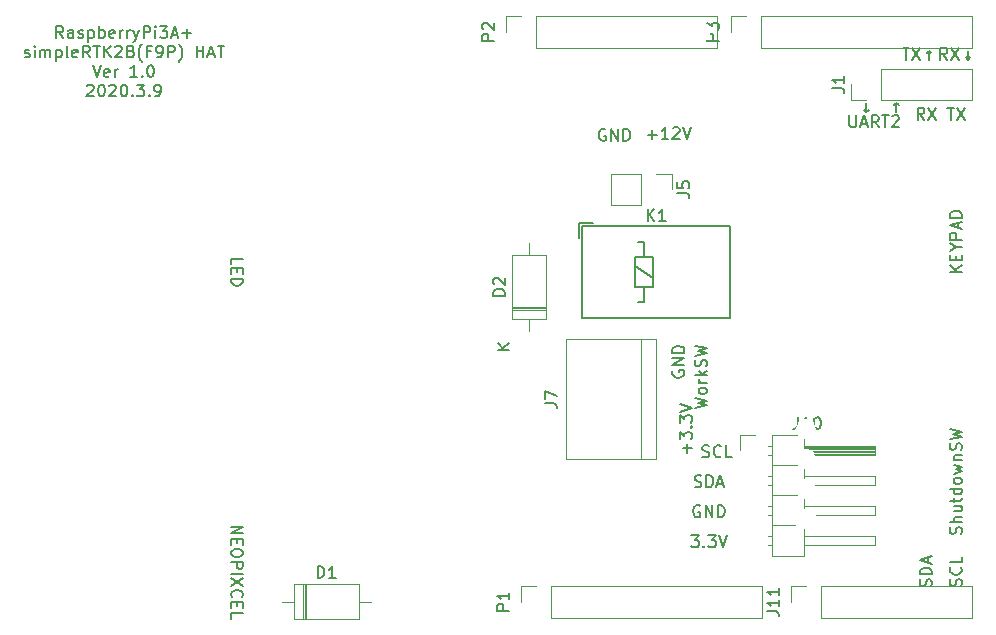
<source format=gto>
G04 #@! TF.GenerationSoftware,KiCad,Pcbnew,(5.1.2)-2*
G04 #@! TF.CreationDate,2020-03-20T23:36:52+09:00*
G04 #@! TF.ProjectId,simpleRTK2BpiHAT,73696d70-6c65-4525-944b-324270694841,rev?*
G04 #@! TF.SameCoordinates,PX69db1f0PY7882d48*
G04 #@! TF.FileFunction,Legend,Top*
G04 #@! TF.FilePolarity,Positive*
%FSLAX46Y46*%
G04 Gerber Fmt 4.6, Leading zero omitted, Abs format (unit mm)*
G04 Created by KiCad (PCBNEW (5.1.2)-2) date 2020-03-20 23:36:52*
%MOMM*%
%LPD*%
G04 APERTURE LIST*
%ADD10C,0.150000*%
%ADD11C,0.120000*%
%ADD12O,1.700000X1.700000*%
%ADD13R,1.700000X1.700000*%
%ADD14O,1.350000X1.350000*%
%ADD15R,1.350000X1.350000*%
%ADD16C,3.000000*%
%ADD17R,3.000000X3.000000*%
%ADD18C,1.524000*%
%ADD19R,1.524000X1.524000*%
%ADD20O,2.200000X2.200000*%
%ADD21R,2.200000X2.200000*%
G04 APERTURE END LIST*
D10*
X-12127858Y50282620D02*
X-12461191Y50758810D01*
X-12699286Y50282620D02*
X-12699286Y51282620D01*
X-12318334Y51282620D01*
X-12223096Y51235000D01*
X-12175477Y51187381D01*
X-12127858Y51092143D01*
X-12127858Y50949286D01*
X-12175477Y50854048D01*
X-12223096Y50806429D01*
X-12318334Y50758810D01*
X-12699286Y50758810D01*
X-11270715Y50282620D02*
X-11270715Y50806429D01*
X-11318334Y50901667D01*
X-11413572Y50949286D01*
X-11604048Y50949286D01*
X-11699286Y50901667D01*
X-11270715Y50330239D02*
X-11365953Y50282620D01*
X-11604048Y50282620D01*
X-11699286Y50330239D01*
X-11746905Y50425477D01*
X-11746905Y50520715D01*
X-11699286Y50615953D01*
X-11604048Y50663572D01*
X-11365953Y50663572D01*
X-11270715Y50711191D01*
X-10842143Y50330239D02*
X-10746905Y50282620D01*
X-10556429Y50282620D01*
X-10461191Y50330239D01*
X-10413572Y50425477D01*
X-10413572Y50473096D01*
X-10461191Y50568334D01*
X-10556429Y50615953D01*
X-10699286Y50615953D01*
X-10794524Y50663572D01*
X-10842143Y50758810D01*
X-10842143Y50806429D01*
X-10794524Y50901667D01*
X-10699286Y50949286D01*
X-10556429Y50949286D01*
X-10461191Y50901667D01*
X-9985000Y50949286D02*
X-9985000Y49949286D01*
X-9985000Y50901667D02*
X-9889762Y50949286D01*
X-9699286Y50949286D01*
X-9604048Y50901667D01*
X-9556429Y50854048D01*
X-9508810Y50758810D01*
X-9508810Y50473096D01*
X-9556429Y50377858D01*
X-9604048Y50330239D01*
X-9699286Y50282620D01*
X-9889762Y50282620D01*
X-9985000Y50330239D01*
X-9080239Y50282620D02*
X-9080239Y51282620D01*
X-9080239Y50901667D02*
X-8985000Y50949286D01*
X-8794524Y50949286D01*
X-8699286Y50901667D01*
X-8651667Y50854048D01*
X-8604048Y50758810D01*
X-8604048Y50473096D01*
X-8651667Y50377858D01*
X-8699286Y50330239D01*
X-8794524Y50282620D01*
X-8985000Y50282620D01*
X-9080239Y50330239D01*
X-7794524Y50330239D02*
X-7889762Y50282620D01*
X-8080239Y50282620D01*
X-8175477Y50330239D01*
X-8223096Y50425477D01*
X-8223096Y50806429D01*
X-8175477Y50901667D01*
X-8080239Y50949286D01*
X-7889762Y50949286D01*
X-7794524Y50901667D01*
X-7746905Y50806429D01*
X-7746905Y50711191D01*
X-8223096Y50615953D01*
X-7318334Y50282620D02*
X-7318334Y50949286D01*
X-7318334Y50758810D02*
X-7270715Y50854048D01*
X-7223096Y50901667D01*
X-7127858Y50949286D01*
X-7032620Y50949286D01*
X-6699286Y50282620D02*
X-6699286Y50949286D01*
X-6699286Y50758810D02*
X-6651667Y50854048D01*
X-6604048Y50901667D01*
X-6508810Y50949286D01*
X-6413572Y50949286D01*
X-6175477Y50949286D02*
X-5937381Y50282620D01*
X-5699286Y50949286D02*
X-5937381Y50282620D01*
X-6032620Y50044524D01*
X-6080239Y49996905D01*
X-6175477Y49949286D01*
X-5318334Y50282620D02*
X-5318334Y51282620D01*
X-4937381Y51282620D01*
X-4842143Y51235000D01*
X-4794524Y51187381D01*
X-4746905Y51092143D01*
X-4746905Y50949286D01*
X-4794524Y50854048D01*
X-4842143Y50806429D01*
X-4937381Y50758810D01*
X-5318334Y50758810D01*
X-4318334Y50282620D02*
X-4318334Y50949286D01*
X-4318334Y51282620D02*
X-4365953Y51235000D01*
X-4318334Y51187381D01*
X-4270715Y51235000D01*
X-4318334Y51282620D01*
X-4318334Y51187381D01*
X-3937381Y51282620D02*
X-3318334Y51282620D01*
X-3651667Y50901667D01*
X-3508810Y50901667D01*
X-3413572Y50854048D01*
X-3365953Y50806429D01*
X-3318334Y50711191D01*
X-3318334Y50473096D01*
X-3365953Y50377858D01*
X-3413572Y50330239D01*
X-3508810Y50282620D01*
X-3794524Y50282620D01*
X-3889762Y50330239D01*
X-3937381Y50377858D01*
X-2937381Y50568334D02*
X-2461191Y50568334D01*
X-3032620Y50282620D02*
X-2699286Y51282620D01*
X-2365953Y50282620D01*
X-2032620Y50663572D02*
X-1270715Y50663572D01*
X-1651667Y50282620D02*
X-1651667Y51044524D01*
X-15389762Y48680239D02*
X-15294524Y48632620D01*
X-15104048Y48632620D01*
X-15008810Y48680239D01*
X-14961191Y48775477D01*
X-14961191Y48823096D01*
X-15008810Y48918334D01*
X-15104048Y48965953D01*
X-15246905Y48965953D01*
X-15342143Y49013572D01*
X-15389762Y49108810D01*
X-15389762Y49156429D01*
X-15342143Y49251667D01*
X-15246905Y49299286D01*
X-15104048Y49299286D01*
X-15008810Y49251667D01*
X-14532620Y48632620D02*
X-14532620Y49299286D01*
X-14532620Y49632620D02*
X-14580239Y49585000D01*
X-14532620Y49537381D01*
X-14485000Y49585000D01*
X-14532620Y49632620D01*
X-14532620Y49537381D01*
X-14056429Y48632620D02*
X-14056429Y49299286D01*
X-14056429Y49204048D02*
X-14008810Y49251667D01*
X-13913572Y49299286D01*
X-13770715Y49299286D01*
X-13675477Y49251667D01*
X-13627858Y49156429D01*
X-13627858Y48632620D01*
X-13627858Y49156429D02*
X-13580239Y49251667D01*
X-13485000Y49299286D01*
X-13342143Y49299286D01*
X-13246905Y49251667D01*
X-13199286Y49156429D01*
X-13199286Y48632620D01*
X-12723096Y49299286D02*
X-12723096Y48299286D01*
X-12723096Y49251667D02*
X-12627858Y49299286D01*
X-12437381Y49299286D01*
X-12342143Y49251667D01*
X-12294524Y49204048D01*
X-12246905Y49108810D01*
X-12246905Y48823096D01*
X-12294524Y48727858D01*
X-12342143Y48680239D01*
X-12437381Y48632620D01*
X-12627858Y48632620D01*
X-12723096Y48680239D01*
X-11675477Y48632620D02*
X-11770715Y48680239D01*
X-11818334Y48775477D01*
X-11818334Y49632620D01*
X-10913572Y48680239D02*
X-11008810Y48632620D01*
X-11199286Y48632620D01*
X-11294524Y48680239D01*
X-11342143Y48775477D01*
X-11342143Y49156429D01*
X-11294524Y49251667D01*
X-11199286Y49299286D01*
X-11008810Y49299286D01*
X-10913572Y49251667D01*
X-10865953Y49156429D01*
X-10865953Y49061191D01*
X-11342143Y48965953D01*
X-9865953Y48632620D02*
X-10199286Y49108810D01*
X-10437381Y48632620D02*
X-10437381Y49632620D01*
X-10056429Y49632620D01*
X-9961191Y49585000D01*
X-9913572Y49537381D01*
X-9865953Y49442143D01*
X-9865953Y49299286D01*
X-9913572Y49204048D01*
X-9961191Y49156429D01*
X-10056429Y49108810D01*
X-10437381Y49108810D01*
X-9580239Y49632620D02*
X-9008810Y49632620D01*
X-9294524Y48632620D02*
X-9294524Y49632620D01*
X-8675477Y48632620D02*
X-8675477Y49632620D01*
X-8104048Y48632620D02*
X-8532620Y49204048D01*
X-8104048Y49632620D02*
X-8675477Y49061191D01*
X-7723096Y49537381D02*
X-7675477Y49585000D01*
X-7580239Y49632620D01*
X-7342143Y49632620D01*
X-7246905Y49585000D01*
X-7199286Y49537381D01*
X-7151667Y49442143D01*
X-7151667Y49346905D01*
X-7199286Y49204048D01*
X-7770715Y48632620D01*
X-7151667Y48632620D01*
X-6389762Y49156429D02*
X-6246905Y49108810D01*
X-6199286Y49061191D01*
X-6151667Y48965953D01*
X-6151667Y48823096D01*
X-6199286Y48727858D01*
X-6246905Y48680239D01*
X-6342143Y48632620D01*
X-6723096Y48632620D01*
X-6723096Y49632620D01*
X-6389762Y49632620D01*
X-6294524Y49585000D01*
X-6246905Y49537381D01*
X-6199286Y49442143D01*
X-6199286Y49346905D01*
X-6246905Y49251667D01*
X-6294524Y49204048D01*
X-6389762Y49156429D01*
X-6723096Y49156429D01*
X-5437381Y48251667D02*
X-5485000Y48299286D01*
X-5580239Y48442143D01*
X-5627858Y48537381D01*
X-5675477Y48680239D01*
X-5723096Y48918334D01*
X-5723096Y49108810D01*
X-5675477Y49346905D01*
X-5627858Y49489762D01*
X-5580239Y49585000D01*
X-5485000Y49727858D01*
X-5437381Y49775477D01*
X-4723096Y49156429D02*
X-5056429Y49156429D01*
X-5056429Y48632620D02*
X-5056429Y49632620D01*
X-4580239Y49632620D01*
X-4151667Y48632620D02*
X-3961191Y48632620D01*
X-3865953Y48680239D01*
X-3818334Y48727858D01*
X-3723096Y48870715D01*
X-3675477Y49061191D01*
X-3675477Y49442143D01*
X-3723096Y49537381D01*
X-3770715Y49585000D01*
X-3865953Y49632620D01*
X-4056429Y49632620D01*
X-4151667Y49585000D01*
X-4199286Y49537381D01*
X-4246905Y49442143D01*
X-4246905Y49204048D01*
X-4199286Y49108810D01*
X-4151667Y49061191D01*
X-4056429Y49013572D01*
X-3865953Y49013572D01*
X-3770715Y49061191D01*
X-3723096Y49108810D01*
X-3675477Y49204048D01*
X-3246905Y48632620D02*
X-3246905Y49632620D01*
X-2865953Y49632620D01*
X-2770715Y49585000D01*
X-2723096Y49537381D01*
X-2675477Y49442143D01*
X-2675477Y49299286D01*
X-2723096Y49204048D01*
X-2770715Y49156429D01*
X-2865953Y49108810D01*
X-3246905Y49108810D01*
X-2342143Y48251667D02*
X-2294524Y48299286D01*
X-2199286Y48442143D01*
X-2151667Y48537381D01*
X-2104048Y48680239D01*
X-2056429Y48918334D01*
X-2056429Y49108810D01*
X-2104048Y49346905D01*
X-2151667Y49489762D01*
X-2199286Y49585000D01*
X-2294524Y49727858D01*
X-2342143Y49775477D01*
X-818334Y48632620D02*
X-818334Y49632620D01*
X-818334Y49156429D02*
X-246905Y49156429D01*
X-246905Y48632620D02*
X-246905Y49632620D01*
X181666Y48918334D02*
X657857Y48918334D01*
X86428Y48632620D02*
X419761Y49632620D01*
X753095Y48632620D01*
X943571Y49632620D02*
X1515000Y49632620D01*
X1229285Y48632620D02*
X1229285Y49632620D01*
X-9627858Y47982620D02*
X-9294524Y46982620D01*
X-8961191Y47982620D01*
X-8246905Y47030239D02*
X-8342143Y46982620D01*
X-8532620Y46982620D01*
X-8627858Y47030239D01*
X-8675477Y47125477D01*
X-8675477Y47506429D01*
X-8627858Y47601667D01*
X-8532620Y47649286D01*
X-8342143Y47649286D01*
X-8246905Y47601667D01*
X-8199286Y47506429D01*
X-8199286Y47411191D01*
X-8675477Y47315953D01*
X-7770715Y46982620D02*
X-7770715Y47649286D01*
X-7770715Y47458810D02*
X-7723096Y47554048D01*
X-7675477Y47601667D01*
X-7580239Y47649286D01*
X-7485000Y47649286D01*
X-5865953Y46982620D02*
X-6437381Y46982620D01*
X-6151667Y46982620D02*
X-6151667Y47982620D01*
X-6246905Y47839762D01*
X-6342143Y47744524D01*
X-6437381Y47696905D01*
X-5437381Y47077858D02*
X-5389762Y47030239D01*
X-5437381Y46982620D01*
X-5485000Y47030239D01*
X-5437381Y47077858D01*
X-5437381Y46982620D01*
X-4770715Y47982620D02*
X-4675477Y47982620D01*
X-4580239Y47935000D01*
X-4532620Y47887381D01*
X-4485000Y47792143D01*
X-4437381Y47601667D01*
X-4437381Y47363572D01*
X-4485000Y47173096D01*
X-4532620Y47077858D01*
X-4580239Y47030239D01*
X-4675477Y46982620D01*
X-4770715Y46982620D01*
X-4865953Y47030239D01*
X-4913572Y47077858D01*
X-4961191Y47173096D01*
X-5008810Y47363572D01*
X-5008810Y47601667D01*
X-4961191Y47792143D01*
X-4913572Y47887381D01*
X-4865953Y47935000D01*
X-4770715Y47982620D01*
X-10127858Y46237381D02*
X-10080239Y46285000D01*
X-9985000Y46332620D01*
X-9746905Y46332620D01*
X-9651667Y46285000D01*
X-9604048Y46237381D01*
X-9556429Y46142143D01*
X-9556429Y46046905D01*
X-9604048Y45904048D01*
X-10175477Y45332620D01*
X-9556429Y45332620D01*
X-8937381Y46332620D02*
X-8842143Y46332620D01*
X-8746905Y46285000D01*
X-8699286Y46237381D01*
X-8651667Y46142143D01*
X-8604048Y45951667D01*
X-8604048Y45713572D01*
X-8651667Y45523096D01*
X-8699286Y45427858D01*
X-8746905Y45380239D01*
X-8842143Y45332620D01*
X-8937381Y45332620D01*
X-9032620Y45380239D01*
X-9080239Y45427858D01*
X-9127858Y45523096D01*
X-9175477Y45713572D01*
X-9175477Y45951667D01*
X-9127858Y46142143D01*
X-9080239Y46237381D01*
X-9032620Y46285000D01*
X-8937381Y46332620D01*
X-8223096Y46237381D02*
X-8175477Y46285000D01*
X-8080239Y46332620D01*
X-7842143Y46332620D01*
X-7746905Y46285000D01*
X-7699286Y46237381D01*
X-7651667Y46142143D01*
X-7651667Y46046905D01*
X-7699286Y45904048D01*
X-8270715Y45332620D01*
X-7651667Y45332620D01*
X-7032620Y46332620D02*
X-6937381Y46332620D01*
X-6842143Y46285000D01*
X-6794524Y46237381D01*
X-6746905Y46142143D01*
X-6699286Y45951667D01*
X-6699286Y45713572D01*
X-6746905Y45523096D01*
X-6794524Y45427858D01*
X-6842143Y45380239D01*
X-6937381Y45332620D01*
X-7032620Y45332620D01*
X-7127858Y45380239D01*
X-7175477Y45427858D01*
X-7223096Y45523096D01*
X-7270715Y45713572D01*
X-7270715Y45951667D01*
X-7223096Y46142143D01*
X-7175477Y46237381D01*
X-7127858Y46285000D01*
X-7032620Y46332620D01*
X-6270715Y45427858D02*
X-6223096Y45380239D01*
X-6270715Y45332620D01*
X-6318334Y45380239D01*
X-6270715Y45427858D01*
X-6270715Y45332620D01*
X-5889762Y46332620D02*
X-5270715Y46332620D01*
X-5604048Y45951667D01*
X-5461191Y45951667D01*
X-5365953Y45904048D01*
X-5318334Y45856429D01*
X-5270715Y45761191D01*
X-5270715Y45523096D01*
X-5318334Y45427858D01*
X-5365953Y45380239D01*
X-5461191Y45332620D01*
X-5746905Y45332620D01*
X-5842143Y45380239D01*
X-5889762Y45427858D01*
X-4842143Y45427858D02*
X-4794524Y45380239D01*
X-4842143Y45332620D01*
X-4889762Y45380239D01*
X-4842143Y45427858D01*
X-4842143Y45332620D01*
X-4318334Y45332620D02*
X-4127858Y45332620D01*
X-4032620Y45380239D01*
X-3985000Y45427858D01*
X-3889762Y45570715D01*
X-3842143Y45761191D01*
X-3842143Y46142143D01*
X-3889762Y46237381D01*
X-3937381Y46285000D01*
X-4032620Y46332620D01*
X-4223096Y46332620D01*
X-4318334Y46285000D01*
X-4365953Y46237381D01*
X-4413572Y46142143D01*
X-4413572Y45904048D01*
X-4365953Y45808810D01*
X-4318334Y45761191D01*
X-4223096Y45713572D01*
X-4032620Y45713572D01*
X-3937381Y45761191D01*
X-3889762Y45808810D01*
X-3842143Y45904048D01*
X54443571Y43727620D02*
X54443571Y42918096D01*
X54491190Y42822858D01*
X54538809Y42775239D01*
X54634047Y42727620D01*
X54824523Y42727620D01*
X54919761Y42775239D01*
X54967380Y42822858D01*
X55015000Y42918096D01*
X55015000Y43727620D01*
X55443571Y43013334D02*
X55919761Y43013334D01*
X55348333Y42727620D02*
X55681666Y43727620D01*
X56015000Y42727620D01*
X56919761Y42727620D02*
X56586428Y43203810D01*
X56348333Y42727620D02*
X56348333Y43727620D01*
X56729285Y43727620D01*
X56824523Y43680000D01*
X56872142Y43632381D01*
X56919761Y43537143D01*
X56919761Y43394286D01*
X56872142Y43299048D01*
X56824523Y43251429D01*
X56729285Y43203810D01*
X56348333Y43203810D01*
X57205476Y43727620D02*
X57776904Y43727620D01*
X57491190Y42727620D02*
X57491190Y43727620D01*
X58062619Y43632381D02*
X58110238Y43680000D01*
X58205476Y43727620D01*
X58443571Y43727620D01*
X58538809Y43680000D01*
X58586428Y43632381D01*
X58634047Y43537143D01*
X58634047Y43441905D01*
X58586428Y43299048D01*
X58015000Y42727620D01*
X58634047Y42727620D01*
X55880000Y44759524D02*
X55880000Y43997620D01*
X56070476Y44188096D02*
X55880000Y43997620D01*
X55689523Y44188096D01*
X58420000Y43997620D02*
X58420000Y44759524D01*
X58229523Y44569048D02*
X58420000Y44759524D01*
X58610476Y44569048D01*
X39505000Y22098096D02*
X39457380Y22002858D01*
X39457380Y21860000D01*
X39505000Y21717143D01*
X39600238Y21621905D01*
X39695476Y21574286D01*
X39885952Y21526667D01*
X40028809Y21526667D01*
X40219285Y21574286D01*
X40314523Y21621905D01*
X40409761Y21717143D01*
X40457380Y21860000D01*
X40457380Y21955239D01*
X40409761Y22098096D01*
X40362142Y22145715D01*
X40028809Y22145715D01*
X40028809Y21955239D01*
X40457380Y22574286D02*
X39457380Y22574286D01*
X40457380Y23145715D01*
X39457380Y23145715D01*
X40457380Y23621905D02*
X39457380Y23621905D01*
X39457380Y23860000D01*
X39505000Y24002858D01*
X39600238Y24098096D01*
X39695476Y24145715D01*
X39885952Y24193334D01*
X40028809Y24193334D01*
X40219285Y24145715D01*
X40314523Y24098096D01*
X40409761Y24002858D01*
X40457380Y23860000D01*
X40457380Y23621905D01*
X40711428Y15145000D02*
X40711428Y15906905D01*
X41092380Y15525953D02*
X40330476Y15525953D01*
X40092380Y16287858D02*
X40092380Y16906905D01*
X40473333Y16573572D01*
X40473333Y16716429D01*
X40520952Y16811667D01*
X40568571Y16859286D01*
X40663809Y16906905D01*
X40901904Y16906905D01*
X40997142Y16859286D01*
X41044761Y16811667D01*
X41092380Y16716429D01*
X41092380Y16430715D01*
X41044761Y16335477D01*
X40997142Y16287858D01*
X40997142Y17335477D02*
X41044761Y17383096D01*
X41092380Y17335477D01*
X41044761Y17287858D01*
X40997142Y17335477D01*
X41092380Y17335477D01*
X40092380Y17716429D02*
X40092380Y18335477D01*
X40473333Y18002143D01*
X40473333Y18145000D01*
X40520952Y18240239D01*
X40568571Y18287858D01*
X40663809Y18335477D01*
X40901904Y18335477D01*
X40997142Y18287858D01*
X41044761Y18240239D01*
X41092380Y18145000D01*
X41092380Y17859286D01*
X41044761Y17764048D01*
X40997142Y17716429D01*
X40092380Y18621191D02*
X41092380Y18954524D01*
X40092380Y19287858D01*
X41362380Y18947143D02*
X42362380Y19185239D01*
X41648095Y19375715D01*
X42362380Y19566191D01*
X41362380Y19804286D01*
X42362380Y20328096D02*
X42314761Y20232858D01*
X42267142Y20185239D01*
X42171904Y20137620D01*
X41886190Y20137620D01*
X41790952Y20185239D01*
X41743333Y20232858D01*
X41695714Y20328096D01*
X41695714Y20470953D01*
X41743333Y20566191D01*
X41790952Y20613810D01*
X41886190Y20661429D01*
X42171904Y20661429D01*
X42267142Y20613810D01*
X42314761Y20566191D01*
X42362380Y20470953D01*
X42362380Y20328096D01*
X42362380Y21090000D02*
X41695714Y21090000D01*
X41886190Y21090000D02*
X41790952Y21137620D01*
X41743333Y21185239D01*
X41695714Y21280477D01*
X41695714Y21375715D01*
X42362380Y21709048D02*
X41362380Y21709048D01*
X41981428Y21804286D02*
X42362380Y22090000D01*
X41695714Y22090000D02*
X42076666Y21709048D01*
X42314761Y22470953D02*
X42362380Y22613810D01*
X42362380Y22851905D01*
X42314761Y22947143D01*
X42267142Y22994762D01*
X42171904Y23042381D01*
X42076666Y23042381D01*
X41981428Y22994762D01*
X41933809Y22947143D01*
X41886190Y22851905D01*
X41838571Y22661429D01*
X41790952Y22566191D01*
X41743333Y22518572D01*
X41648095Y22470953D01*
X41552857Y22470953D01*
X41457619Y22518572D01*
X41410000Y22566191D01*
X41362380Y22661429D01*
X41362380Y22899524D01*
X41410000Y23042381D01*
X41362380Y23375715D02*
X42362380Y23613810D01*
X41648095Y23804286D01*
X42362380Y23994762D01*
X41362380Y24232858D01*
X2087619Y31122858D02*
X2087619Y31599048D01*
X3087619Y31599048D01*
X2611428Y30789524D02*
X2611428Y30456191D01*
X2087619Y30313334D02*
X2087619Y30789524D01*
X3087619Y30789524D01*
X3087619Y30313334D01*
X2087619Y29884762D02*
X3087619Y29884762D01*
X3087619Y29646667D01*
X3040000Y29503810D01*
X2944761Y29408572D01*
X2849523Y29360953D01*
X2659047Y29313334D01*
X2516190Y29313334D01*
X2325714Y29360953D01*
X2230476Y29408572D01*
X2135238Y29503810D01*
X2087619Y29646667D01*
X2087619Y29884762D01*
X2087619Y8913334D02*
X3087619Y8913334D01*
X2087619Y8341905D01*
X3087619Y8341905D01*
X2611428Y7865715D02*
X2611428Y7532381D01*
X2087619Y7389524D02*
X2087619Y7865715D01*
X3087619Y7865715D01*
X3087619Y7389524D01*
X3087619Y6770477D02*
X3087619Y6580000D01*
X3040000Y6484762D01*
X2944761Y6389524D01*
X2754285Y6341905D01*
X2420952Y6341905D01*
X2230476Y6389524D01*
X2135238Y6484762D01*
X2087619Y6580000D01*
X2087619Y6770477D01*
X2135238Y6865715D01*
X2230476Y6960953D01*
X2420952Y7008572D01*
X2754285Y7008572D01*
X2944761Y6960953D01*
X3040000Y6865715D01*
X3087619Y6770477D01*
X2087619Y5913334D02*
X3087619Y5913334D01*
X3087619Y5532381D01*
X3040000Y5437143D01*
X2992380Y5389524D01*
X2897142Y5341905D01*
X2754285Y5341905D01*
X2659047Y5389524D01*
X2611428Y5437143D01*
X2563809Y5532381D01*
X2563809Y5913334D01*
X2087619Y4913334D02*
X3087619Y4913334D01*
X3087619Y4532381D02*
X2087619Y3865715D01*
X3087619Y3865715D02*
X2087619Y4532381D01*
X2182857Y2913334D02*
X2135238Y2960953D01*
X2087619Y3103810D01*
X2087619Y3199048D01*
X2135238Y3341905D01*
X2230476Y3437143D01*
X2325714Y3484762D01*
X2516190Y3532381D01*
X2659047Y3532381D01*
X2849523Y3484762D01*
X2944761Y3437143D01*
X3040000Y3341905D01*
X3087619Y3199048D01*
X3087619Y3103810D01*
X3040000Y2960953D01*
X2992380Y2913334D01*
X2611428Y2484762D02*
X2611428Y2151429D01*
X2087619Y2008572D02*
X2087619Y2484762D01*
X3087619Y2484762D01*
X3087619Y2008572D01*
X2087619Y1103810D02*
X2087619Y1580000D01*
X3087619Y1580000D01*
X61364761Y3865715D02*
X61412380Y4008572D01*
X61412380Y4246667D01*
X61364761Y4341905D01*
X61317142Y4389524D01*
X61221904Y4437143D01*
X61126666Y4437143D01*
X61031428Y4389524D01*
X60983809Y4341905D01*
X60936190Y4246667D01*
X60888571Y4056191D01*
X60840952Y3960953D01*
X60793333Y3913334D01*
X60698095Y3865715D01*
X60602857Y3865715D01*
X60507619Y3913334D01*
X60460000Y3960953D01*
X60412380Y4056191D01*
X60412380Y4294286D01*
X60460000Y4437143D01*
X61412380Y4865715D02*
X60412380Y4865715D01*
X60412380Y5103810D01*
X60460000Y5246667D01*
X60555238Y5341905D01*
X60650476Y5389524D01*
X60840952Y5437143D01*
X60983809Y5437143D01*
X61174285Y5389524D01*
X61269523Y5341905D01*
X61364761Y5246667D01*
X61412380Y5103810D01*
X61412380Y4865715D01*
X61126666Y5818096D02*
X61126666Y6294286D01*
X61412380Y5722858D02*
X60412380Y6056191D01*
X61412380Y6389524D01*
X63904761Y3889524D02*
X63952380Y4032381D01*
X63952380Y4270477D01*
X63904761Y4365715D01*
X63857142Y4413334D01*
X63761904Y4460953D01*
X63666666Y4460953D01*
X63571428Y4413334D01*
X63523809Y4365715D01*
X63476190Y4270477D01*
X63428571Y4080000D01*
X63380952Y3984762D01*
X63333333Y3937143D01*
X63238095Y3889524D01*
X63142857Y3889524D01*
X63047619Y3937143D01*
X63000000Y3984762D01*
X62952380Y4080000D01*
X62952380Y4318096D01*
X63000000Y4460953D01*
X63857142Y5460953D02*
X63904761Y5413334D01*
X63952380Y5270477D01*
X63952380Y5175239D01*
X63904761Y5032381D01*
X63809523Y4937143D01*
X63714285Y4889524D01*
X63523809Y4841905D01*
X63380952Y4841905D01*
X63190476Y4889524D01*
X63095238Y4937143D01*
X63000000Y5032381D01*
X62952380Y5175239D01*
X62952380Y5270477D01*
X63000000Y5413334D01*
X63047619Y5460953D01*
X63952380Y6365715D02*
X63952380Y5889524D01*
X62952380Y5889524D01*
X41989523Y14835239D02*
X42132380Y14787620D01*
X42370476Y14787620D01*
X42465714Y14835239D01*
X42513333Y14882858D01*
X42560952Y14978096D01*
X42560952Y15073334D01*
X42513333Y15168572D01*
X42465714Y15216191D01*
X42370476Y15263810D01*
X42180000Y15311429D01*
X42084761Y15359048D01*
X42037142Y15406667D01*
X41989523Y15501905D01*
X41989523Y15597143D01*
X42037142Y15692381D01*
X42084761Y15740000D01*
X42180000Y15787620D01*
X42418095Y15787620D01*
X42560952Y15740000D01*
X43560952Y14882858D02*
X43513333Y14835239D01*
X43370476Y14787620D01*
X43275238Y14787620D01*
X43132380Y14835239D01*
X43037142Y14930477D01*
X42989523Y15025715D01*
X42941904Y15216191D01*
X42941904Y15359048D01*
X42989523Y15549524D01*
X43037142Y15644762D01*
X43132380Y15740000D01*
X43275238Y15787620D01*
X43370476Y15787620D01*
X43513333Y15740000D01*
X43560952Y15692381D01*
X44465714Y14787620D02*
X43989523Y14787620D01*
X43989523Y15787620D01*
X41330714Y12295239D02*
X41473571Y12247620D01*
X41711666Y12247620D01*
X41806904Y12295239D01*
X41854523Y12342858D01*
X41902142Y12438096D01*
X41902142Y12533334D01*
X41854523Y12628572D01*
X41806904Y12676191D01*
X41711666Y12723810D01*
X41521190Y12771429D01*
X41425952Y12819048D01*
X41378333Y12866667D01*
X41330714Y12961905D01*
X41330714Y13057143D01*
X41378333Y13152381D01*
X41425952Y13200000D01*
X41521190Y13247620D01*
X41759285Y13247620D01*
X41902142Y13200000D01*
X42330714Y12247620D02*
X42330714Y13247620D01*
X42568809Y13247620D01*
X42711666Y13200000D01*
X42806904Y13104762D01*
X42854523Y13009524D01*
X42902142Y12819048D01*
X42902142Y12676191D01*
X42854523Y12485715D01*
X42806904Y12390477D01*
X42711666Y12295239D01*
X42568809Y12247620D01*
X42330714Y12247620D01*
X43283095Y12533334D02*
X43759285Y12533334D01*
X43187857Y12247620D02*
X43521190Y13247620D01*
X43854523Y12247620D01*
X41783095Y10660000D02*
X41687857Y10707620D01*
X41545000Y10707620D01*
X41402142Y10660000D01*
X41306904Y10564762D01*
X41259285Y10469524D01*
X41211666Y10279048D01*
X41211666Y10136191D01*
X41259285Y9945715D01*
X41306904Y9850477D01*
X41402142Y9755239D01*
X41545000Y9707620D01*
X41640238Y9707620D01*
X41783095Y9755239D01*
X41830714Y9802858D01*
X41830714Y10136191D01*
X41640238Y10136191D01*
X42259285Y9707620D02*
X42259285Y10707620D01*
X42830714Y9707620D01*
X42830714Y10707620D01*
X43306904Y9707620D02*
X43306904Y10707620D01*
X43545000Y10707620D01*
X43687857Y10660000D01*
X43783095Y10564762D01*
X43830714Y10469524D01*
X43878333Y10279048D01*
X43878333Y10136191D01*
X43830714Y9945715D01*
X43783095Y9850477D01*
X43687857Y9755239D01*
X43545000Y9707620D01*
X43306904Y9707620D01*
X41068809Y8167620D02*
X41687857Y8167620D01*
X41354523Y7786667D01*
X41497380Y7786667D01*
X41592619Y7739048D01*
X41640238Y7691429D01*
X41687857Y7596191D01*
X41687857Y7358096D01*
X41640238Y7262858D01*
X41592619Y7215239D01*
X41497380Y7167620D01*
X41211666Y7167620D01*
X41116428Y7215239D01*
X41068809Y7262858D01*
X42116428Y7262858D02*
X42164047Y7215239D01*
X42116428Y7167620D01*
X42068809Y7215239D01*
X42116428Y7262858D01*
X42116428Y7167620D01*
X42497380Y8167620D02*
X43116428Y8167620D01*
X42783095Y7786667D01*
X42925952Y7786667D01*
X43021190Y7739048D01*
X43068809Y7691429D01*
X43116428Y7596191D01*
X43116428Y7358096D01*
X43068809Y7262858D01*
X43021190Y7215239D01*
X42925952Y7167620D01*
X42640238Y7167620D01*
X42545000Y7215239D01*
X42497380Y7262858D01*
X43402142Y8167620D02*
X43735476Y7167620D01*
X44068809Y8167620D01*
X63904761Y8295239D02*
X63952380Y8438096D01*
X63952380Y8676191D01*
X63904761Y8771429D01*
X63857142Y8819048D01*
X63761904Y8866667D01*
X63666666Y8866667D01*
X63571428Y8819048D01*
X63523809Y8771429D01*
X63476190Y8676191D01*
X63428571Y8485715D01*
X63380952Y8390477D01*
X63333333Y8342858D01*
X63238095Y8295239D01*
X63142857Y8295239D01*
X63047619Y8342858D01*
X63000000Y8390477D01*
X62952380Y8485715D01*
X62952380Y8723810D01*
X63000000Y8866667D01*
X63952380Y9295239D02*
X62952380Y9295239D01*
X63952380Y9723810D02*
X63428571Y9723810D01*
X63333333Y9676191D01*
X63285714Y9580953D01*
X63285714Y9438096D01*
X63333333Y9342858D01*
X63380952Y9295239D01*
X63285714Y10628572D02*
X63952380Y10628572D01*
X63285714Y10200000D02*
X63809523Y10200000D01*
X63904761Y10247620D01*
X63952380Y10342858D01*
X63952380Y10485715D01*
X63904761Y10580953D01*
X63857142Y10628572D01*
X63285714Y10961905D02*
X63285714Y11342858D01*
X62952380Y11104762D02*
X63809523Y11104762D01*
X63904761Y11152381D01*
X63952380Y11247620D01*
X63952380Y11342858D01*
X63952380Y12104762D02*
X62952380Y12104762D01*
X63904761Y12104762D02*
X63952380Y12009524D01*
X63952380Y11819048D01*
X63904761Y11723810D01*
X63857142Y11676191D01*
X63761904Y11628572D01*
X63476190Y11628572D01*
X63380952Y11676191D01*
X63333333Y11723810D01*
X63285714Y11819048D01*
X63285714Y12009524D01*
X63333333Y12104762D01*
X63952380Y12723810D02*
X63904761Y12628572D01*
X63857142Y12580953D01*
X63761904Y12533334D01*
X63476190Y12533334D01*
X63380952Y12580953D01*
X63333333Y12628572D01*
X63285714Y12723810D01*
X63285714Y12866667D01*
X63333333Y12961905D01*
X63380952Y13009524D01*
X63476190Y13057143D01*
X63761904Y13057143D01*
X63857142Y13009524D01*
X63904761Y12961905D01*
X63952380Y12866667D01*
X63952380Y12723810D01*
X63285714Y13390477D02*
X63952380Y13580953D01*
X63476190Y13771429D01*
X63952380Y13961905D01*
X63285714Y14152381D01*
X63285714Y14533334D02*
X63952380Y14533334D01*
X63380952Y14533334D02*
X63333333Y14580953D01*
X63285714Y14676191D01*
X63285714Y14819048D01*
X63333333Y14914286D01*
X63428571Y14961905D01*
X63952380Y14961905D01*
X63904761Y15390477D02*
X63952380Y15533334D01*
X63952380Y15771429D01*
X63904761Y15866667D01*
X63857142Y15914286D01*
X63761904Y15961905D01*
X63666666Y15961905D01*
X63571428Y15914286D01*
X63523809Y15866667D01*
X63476190Y15771429D01*
X63428571Y15580953D01*
X63380952Y15485715D01*
X63333333Y15438096D01*
X63238095Y15390477D01*
X63142857Y15390477D01*
X63047619Y15438096D01*
X63000000Y15485715D01*
X62952380Y15580953D01*
X62952380Y15819048D01*
X63000000Y15961905D01*
X62952380Y16295239D02*
X63952380Y16533334D01*
X63238095Y16723810D01*
X63952380Y16914286D01*
X62952380Y17152381D01*
X63952380Y30448572D02*
X62952380Y30448572D01*
X63952380Y31020000D02*
X63380952Y30591429D01*
X62952380Y31020000D02*
X63523809Y30448572D01*
X63428571Y31448572D02*
X63428571Y31781905D01*
X63952380Y31924762D02*
X63952380Y31448572D01*
X62952380Y31448572D01*
X62952380Y31924762D01*
X63476190Y32543810D02*
X63952380Y32543810D01*
X62952380Y32210477D02*
X63476190Y32543810D01*
X62952380Y32877143D01*
X63952380Y33210477D02*
X62952380Y33210477D01*
X62952380Y33591429D01*
X63000000Y33686667D01*
X63047619Y33734286D01*
X63142857Y33781905D01*
X63285714Y33781905D01*
X63380952Y33734286D01*
X63428571Y33686667D01*
X63476190Y33591429D01*
X63476190Y33210477D01*
X63666666Y34162858D02*
X63666666Y34639048D01*
X63952380Y34067620D02*
X62952380Y34400953D01*
X63952380Y34734286D01*
X63952380Y35067620D02*
X62952380Y35067620D01*
X62952380Y35305715D01*
X63000000Y35448572D01*
X63095238Y35543810D01*
X63190476Y35591429D01*
X63380952Y35639048D01*
X63523809Y35639048D01*
X63714285Y35591429D01*
X63809523Y35543810D01*
X63904761Y35448572D01*
X63952380Y35305715D01*
X63952380Y35067620D01*
X60793333Y43362620D02*
X60460000Y43838810D01*
X60221904Y43362620D02*
X60221904Y44362620D01*
X60602857Y44362620D01*
X60698095Y44315000D01*
X60745714Y44267381D01*
X60793333Y44172143D01*
X60793333Y44029286D01*
X60745714Y43934048D01*
X60698095Y43886429D01*
X60602857Y43838810D01*
X60221904Y43838810D01*
X61126666Y44362620D02*
X61793333Y43362620D01*
X61793333Y44362620D02*
X61126666Y43362620D01*
X62738095Y44362620D02*
X63309523Y44362620D01*
X63023809Y43362620D02*
X63023809Y44362620D01*
X63547619Y44362620D02*
X64214285Y43362620D01*
X64214285Y44362620D02*
X63547619Y43362620D01*
X62714285Y48442620D02*
X62380952Y48918810D01*
X62142857Y48442620D02*
X62142857Y49442620D01*
X62523809Y49442620D01*
X62619047Y49395000D01*
X62666666Y49347381D01*
X62714285Y49252143D01*
X62714285Y49109286D01*
X62666666Y49014048D01*
X62619047Y48966429D01*
X62523809Y48918810D01*
X62142857Y48918810D01*
X63047619Y49442620D02*
X63714285Y48442620D01*
X63714285Y49442620D02*
X63047619Y48442620D01*
X64476190Y49204524D02*
X64476190Y48442620D01*
X64666666Y48633096D02*
X64476190Y48442620D01*
X64285714Y48633096D01*
X58944047Y49442620D02*
X59515476Y49442620D01*
X59229761Y48442620D02*
X59229761Y49442620D01*
X59753571Y49442620D02*
X60420238Y48442620D01*
X60420238Y49442620D02*
X59753571Y48442620D01*
X61182142Y48442620D02*
X61182142Y49204524D01*
X60991666Y49014048D02*
X61182142Y49204524D01*
X61372619Y49014048D01*
X33782095Y42537000D02*
X33686857Y42584620D01*
X33544000Y42584620D01*
X33401142Y42537000D01*
X33305904Y42441762D01*
X33258285Y42346524D01*
X33210666Y42156048D01*
X33210666Y42013191D01*
X33258285Y41822715D01*
X33305904Y41727477D01*
X33401142Y41632239D01*
X33544000Y41584620D01*
X33639238Y41584620D01*
X33782095Y41632239D01*
X33829714Y41679858D01*
X33829714Y42013191D01*
X33639238Y42013191D01*
X34258285Y41584620D02*
X34258285Y42584620D01*
X34829714Y41584620D01*
X34829714Y42584620D01*
X35305904Y41584620D02*
X35305904Y42584620D01*
X35544000Y42584620D01*
X35686857Y42537000D01*
X35782095Y42441762D01*
X35829714Y42346524D01*
X35877333Y42156048D01*
X35877333Y42013191D01*
X35829714Y41822715D01*
X35782095Y41727477D01*
X35686857Y41632239D01*
X35544000Y41584620D01*
X35305904Y41584620D01*
X37354095Y42092572D02*
X38116000Y42092572D01*
X37735047Y41711620D02*
X37735047Y42473524D01*
X39116000Y41711620D02*
X38544571Y41711620D01*
X38830285Y41711620D02*
X38830285Y42711620D01*
X38735047Y42568762D01*
X38639809Y42473524D01*
X38544571Y42425905D01*
X39496952Y42616381D02*
X39544571Y42664000D01*
X39639809Y42711620D01*
X39877904Y42711620D01*
X39973142Y42664000D01*
X40020761Y42616381D01*
X40068380Y42521143D01*
X40068380Y42425905D01*
X40020761Y42283048D01*
X39449333Y41711620D01*
X40068380Y41711620D01*
X40354095Y42711620D02*
X40687428Y41711620D01*
X41020761Y42711620D01*
D11*
X54550000Y45025000D02*
X54550000Y46355000D01*
X55880000Y45025000D02*
X54550000Y45025000D01*
X57150000Y45025000D02*
X57150000Y47685000D01*
X57150000Y47685000D02*
X64830000Y47685000D01*
X57150000Y45025000D02*
X64830000Y45025000D01*
X64830000Y45025000D02*
X64830000Y47685000D01*
X45212000Y16637000D02*
X46482000Y16637000D01*
X45212000Y15367000D02*
X45212000Y16637000D01*
X47524929Y7367000D02*
X47922000Y7367000D01*
X47524929Y8127000D02*
X47922000Y8127000D01*
X56582000Y7367000D02*
X50582000Y7367000D01*
X56582000Y8127000D02*
X56582000Y7367000D01*
X50582000Y8127000D02*
X56582000Y8127000D01*
X47922000Y9017000D02*
X50582000Y9017000D01*
X47524929Y9907000D02*
X47922000Y9907000D01*
X47524929Y10667000D02*
X47922000Y10667000D01*
X56582000Y9907000D02*
X50582000Y9907000D01*
X56582000Y10667000D02*
X56582000Y9907000D01*
X50582000Y10667000D02*
X56582000Y10667000D01*
X47922000Y11557000D02*
X50582000Y11557000D01*
X47524929Y12447000D02*
X47922000Y12447000D01*
X47524929Y13207000D02*
X47922000Y13207000D01*
X56582000Y12447000D02*
X50582000Y12447000D01*
X56582000Y13207000D02*
X56582000Y12447000D01*
X50582000Y13207000D02*
X56582000Y13207000D01*
X47922000Y14097000D02*
X50582000Y14097000D01*
X47592000Y14987000D02*
X47922000Y14987000D01*
X47592000Y15747000D02*
X47922000Y15747000D01*
X50582000Y15087000D02*
X56582000Y15087000D01*
X50582000Y15207000D02*
X56582000Y15207000D01*
X50582000Y15327000D02*
X56582000Y15327000D01*
X50582000Y15447000D02*
X56582000Y15447000D01*
X50582000Y15567000D02*
X56582000Y15567000D01*
X50582000Y15687000D02*
X56582000Y15687000D01*
X56582000Y14987000D02*
X50582000Y14987000D01*
X56582000Y15747000D02*
X56582000Y14987000D01*
X50582000Y15747000D02*
X56582000Y15747000D01*
X50582000Y16697000D02*
X47922000Y16697000D01*
X50582000Y6417000D02*
X50582000Y16697000D01*
X47922000Y6417000D02*
X50582000Y6417000D01*
X47922000Y16697000D02*
X47922000Y6417000D01*
X52070000Y1210000D02*
X52070000Y3870000D01*
X52070000Y1210000D02*
X64830000Y1210000D01*
X64830000Y1210000D02*
X64830000Y3870000D01*
X52070000Y3870000D02*
X64830000Y3870000D01*
X49470000Y3870000D02*
X50800000Y3870000D01*
X49470000Y2540000D02*
X49470000Y3870000D01*
X39430000Y38795000D02*
X39430000Y37465000D01*
X38100000Y38795000D02*
X39430000Y38795000D01*
X36830000Y38795000D02*
X36830000Y36135000D01*
X36830000Y36135000D02*
X34230000Y36135000D01*
X36830000Y38795000D02*
X34230000Y38795000D01*
X34230000Y38795000D02*
X34230000Y36135000D01*
X25340000Y50800000D02*
X25340000Y52130000D01*
X25340000Y52130000D02*
X26670000Y52130000D01*
X27940000Y52130000D02*
X43240000Y52130000D01*
X43240000Y49470000D02*
X43240000Y52130000D01*
X27940000Y49470000D02*
X43240000Y49470000D01*
X27940000Y49470000D02*
X27940000Y52130000D01*
X44390000Y50800000D02*
X44390000Y52130000D01*
X44390000Y52130000D02*
X45720000Y52130000D01*
X46990000Y52130000D02*
X64830000Y52130000D01*
X64830000Y49470000D02*
X64830000Y52130000D01*
X46990000Y49470000D02*
X64830000Y49470000D01*
X46990000Y49470000D02*
X46990000Y52130000D01*
X26610000Y2540000D02*
X26610000Y3870000D01*
X26610000Y3870000D02*
X27940000Y3870000D01*
X29210000Y3870000D02*
X47050000Y3870000D01*
X47050000Y1210000D02*
X47050000Y3870000D01*
X29210000Y1210000D02*
X47050000Y1210000D01*
X29210000Y1210000D02*
X29210000Y3870000D01*
X38100000Y14605000D02*
X38100000Y24765000D01*
X30480000Y14605000D02*
X38100000Y14605000D01*
X30480000Y24765000D02*
X30480000Y14605000D01*
X38100000Y24765000D02*
X30480000Y24765000D01*
X36830000Y24765000D02*
X36830000Y14605000D01*
D10*
X36322000Y30988000D02*
X37846000Y29972000D01*
X36322000Y29210000D02*
X36322000Y31750000D01*
X37846000Y29210000D02*
X36322000Y29210000D01*
X37846000Y31750000D02*
X37846000Y29210000D01*
X36322000Y31750000D02*
X37846000Y31750000D01*
X37084000Y27940000D02*
X36576000Y27940000D01*
X37084000Y29210000D02*
X37084000Y27940000D01*
X37084000Y33020000D02*
X37084000Y31750000D01*
X36576000Y33020000D02*
X37084000Y33020000D01*
X31572200Y34645600D02*
X31572200Y33312100D01*
X32715200Y34645600D02*
X31572200Y34645600D01*
X44360000Y34390000D02*
X31840000Y34390000D01*
X44360000Y26570000D02*
X44360000Y34390000D01*
X31840000Y26570000D02*
X44360000Y26570000D01*
X31840000Y34390000D02*
X31840000Y26570000D01*
D11*
X25835000Y27270000D02*
X28775000Y27270000D01*
X25835000Y27510000D02*
X28775000Y27510000D01*
X25835000Y27390000D02*
X28775000Y27390000D01*
X27305000Y32950000D02*
X27305000Y31930000D01*
X27305000Y25470000D02*
X27305000Y26490000D01*
X25835000Y31930000D02*
X25835000Y26490000D01*
X28775000Y31930000D02*
X25835000Y31930000D01*
X28775000Y26490000D02*
X28775000Y31930000D01*
X25835000Y26490000D02*
X28775000Y26490000D01*
X8220000Y4010000D02*
X8220000Y1070000D01*
X8460000Y4010000D02*
X8460000Y1070000D01*
X8340000Y4010000D02*
X8340000Y1070000D01*
X13900000Y2540000D02*
X12880000Y2540000D01*
X6420000Y2540000D02*
X7440000Y2540000D01*
X12880000Y4010000D02*
X7440000Y4010000D01*
X12880000Y1070000D02*
X12880000Y4010000D01*
X7440000Y1070000D02*
X12880000Y1070000D01*
X7440000Y4010000D02*
X7440000Y1070000D01*
D10*
X53002380Y46021667D02*
X53716666Y46021667D01*
X53859523Y45974048D01*
X53954761Y45878810D01*
X54002380Y45735953D01*
X54002380Y45640715D01*
X54002380Y47021667D02*
X54002380Y46450239D01*
X54002380Y46735953D02*
X53002380Y46735953D01*
X53145238Y46640715D01*
X53240476Y46545477D01*
X53288095Y46450239D01*
X50057476Y18184620D02*
X50057476Y17470334D01*
X50009857Y17327477D01*
X49914619Y17232239D01*
X49771761Y17184620D01*
X49676523Y17184620D01*
X51057476Y17184620D02*
X50486047Y17184620D01*
X50771761Y17184620D02*
X50771761Y18184620D01*
X50676523Y18041762D01*
X50581285Y17946524D01*
X50486047Y17898905D01*
X51676523Y18184620D02*
X51771761Y18184620D01*
X51867000Y18137000D01*
X51914619Y18089381D01*
X51962238Y17994143D01*
X52009857Y17803667D01*
X52009857Y17565572D01*
X51962238Y17375096D01*
X51914619Y17279858D01*
X51867000Y17232239D01*
X51771761Y17184620D01*
X51676523Y17184620D01*
X51581285Y17232239D01*
X51533666Y17279858D01*
X51486047Y17375096D01*
X51438428Y17565572D01*
X51438428Y17803667D01*
X51486047Y17994143D01*
X51533666Y18089381D01*
X51581285Y18137000D01*
X51676523Y18184620D01*
X47482380Y1730477D02*
X48196666Y1730477D01*
X48339523Y1682858D01*
X48434761Y1587620D01*
X48482380Y1444762D01*
X48482380Y1349524D01*
X48482380Y2730477D02*
X48482380Y2159048D01*
X48482380Y2444762D02*
X47482380Y2444762D01*
X47625238Y2349524D01*
X47720476Y2254286D01*
X47768095Y2159048D01*
X48482380Y3682858D02*
X48482380Y3111429D01*
X48482380Y3397143D02*
X47482380Y3397143D01*
X47625238Y3301905D01*
X47720476Y3206667D01*
X47768095Y3111429D01*
X39882380Y37131667D02*
X40596666Y37131667D01*
X40739523Y37084048D01*
X40834761Y36988810D01*
X40882380Y36845953D01*
X40882380Y36750715D01*
X39882380Y38084048D02*
X39882380Y37607858D01*
X40358571Y37560239D01*
X40310952Y37607858D01*
X40263333Y37703096D01*
X40263333Y37941191D01*
X40310952Y38036429D01*
X40358571Y38084048D01*
X40453809Y38131667D01*
X40691904Y38131667D01*
X40787142Y38084048D01*
X40834761Y38036429D01*
X40882380Y37941191D01*
X40882380Y37703096D01*
X40834761Y37607858D01*
X40787142Y37560239D01*
X24352380Y50061905D02*
X23352380Y50061905D01*
X23352380Y50442858D01*
X23400000Y50538096D01*
X23447619Y50585715D01*
X23542857Y50633334D01*
X23685714Y50633334D01*
X23780952Y50585715D01*
X23828571Y50538096D01*
X23876190Y50442858D01*
X23876190Y50061905D01*
X23447619Y51014286D02*
X23400000Y51061905D01*
X23352380Y51157143D01*
X23352380Y51395239D01*
X23400000Y51490477D01*
X23447619Y51538096D01*
X23542857Y51585715D01*
X23638095Y51585715D01*
X23780952Y51538096D01*
X24352380Y50966667D01*
X24352380Y51585715D01*
X43402380Y50061905D02*
X42402380Y50061905D01*
X42402380Y50442858D01*
X42450000Y50538096D01*
X42497619Y50585715D01*
X42592857Y50633334D01*
X42735714Y50633334D01*
X42830952Y50585715D01*
X42878571Y50538096D01*
X42926190Y50442858D01*
X42926190Y50061905D01*
X42402380Y50966667D02*
X42402380Y51585715D01*
X42783333Y51252381D01*
X42783333Y51395239D01*
X42830952Y51490477D01*
X42878571Y51538096D01*
X42973809Y51585715D01*
X43211904Y51585715D01*
X43307142Y51538096D01*
X43354761Y51490477D01*
X43402380Y51395239D01*
X43402380Y51109524D01*
X43354761Y51014286D01*
X43307142Y50966667D01*
X25622380Y1801905D02*
X24622380Y1801905D01*
X24622380Y2182858D01*
X24670000Y2278096D01*
X24717619Y2325715D01*
X24812857Y2373334D01*
X24955714Y2373334D01*
X25050952Y2325715D01*
X25098571Y2278096D01*
X25146190Y2182858D01*
X25146190Y1801905D01*
X25622380Y3325715D02*
X25622380Y2754286D01*
X25622380Y3040000D02*
X24622380Y3040000D01*
X24765238Y2944762D01*
X24860476Y2849524D01*
X24908095Y2754286D01*
X28662380Y19351667D02*
X29376666Y19351667D01*
X29519523Y19304048D01*
X29614761Y19208810D01*
X29662380Y19065953D01*
X29662380Y18970715D01*
X28662380Y19732620D02*
X28662380Y20399286D01*
X29662380Y19970715D01*
X37361904Y34777420D02*
X37361904Y35777420D01*
X37933333Y34777420D02*
X37504761Y35348848D01*
X37933333Y35777420D02*
X37361904Y35205991D01*
X38885714Y34777420D02*
X38314285Y34777420D01*
X38600000Y34777420D02*
X38600000Y35777420D01*
X38504761Y35634562D01*
X38409523Y35539324D01*
X38314285Y35491705D01*
X25287380Y28471905D02*
X24287380Y28471905D01*
X24287380Y28710000D01*
X24335000Y28852858D01*
X24430238Y28948096D01*
X24525476Y28995715D01*
X24715952Y29043334D01*
X24858809Y29043334D01*
X25049285Y28995715D01*
X25144523Y28948096D01*
X25239761Y28852858D01*
X25287380Y28710000D01*
X25287380Y28471905D01*
X24382619Y29424286D02*
X24335000Y29471905D01*
X24287380Y29567143D01*
X24287380Y29805239D01*
X24335000Y29900477D01*
X24382619Y29948096D01*
X24477857Y29995715D01*
X24573095Y29995715D01*
X24715952Y29948096D01*
X25287380Y29376667D01*
X25287380Y29995715D01*
X25657380Y23868096D02*
X24657380Y23868096D01*
X25657380Y24439524D02*
X25085952Y24010953D01*
X24657380Y24439524D02*
X25228809Y23868096D01*
X9421904Y4557620D02*
X9421904Y5557620D01*
X9660000Y5557620D01*
X9802857Y5510000D01*
X9898095Y5414762D01*
X9945714Y5319524D01*
X9993333Y5129048D01*
X9993333Y4986191D01*
X9945714Y4795715D01*
X9898095Y4700477D01*
X9802857Y4605239D01*
X9660000Y4557620D01*
X9421904Y4557620D01*
X10945714Y4557620D02*
X10374285Y4557620D01*
X10660000Y4557620D02*
X10660000Y5557620D01*
X10564761Y5414762D01*
X10469523Y5319524D01*
X10374285Y5271905D01*
%LPC*%
D12*
X63500000Y46355000D03*
X60960000Y46355000D03*
X58420000Y46355000D03*
D13*
X55880000Y46355000D03*
D12*
X13970000Y15240000D03*
X13970000Y17780000D03*
X13970000Y20320000D03*
X13970000Y22860000D03*
D13*
X13970000Y25400000D03*
D12*
X46482000Y7747000D03*
X46482000Y10287000D03*
X46482000Y12827000D03*
D13*
X46482000Y15367000D03*
X50800000Y2540000D03*
D12*
X53340000Y2540000D03*
X55880000Y2540000D03*
X58420000Y2540000D03*
X60960000Y2540000D03*
X63500000Y2540000D03*
X50800000Y17145000D03*
X50800000Y14605000D03*
X50800000Y12065000D03*
D13*
X50800000Y9525000D03*
D12*
X18821400Y50825400D03*
X21361400Y50825400D03*
X18821400Y48285400D03*
X21361400Y48285400D03*
X18821400Y45745400D03*
X21361400Y45745400D03*
X18821400Y43205400D03*
X21361400Y43205400D03*
X18821400Y40665400D03*
X21361400Y40665400D03*
X18821400Y38125400D03*
X21361400Y38125400D03*
X18821400Y35585400D03*
X21361400Y35585400D03*
X18821400Y33045400D03*
X21361400Y33045400D03*
X18821400Y30505400D03*
X21361400Y30505400D03*
X18821400Y27965400D03*
X21361400Y27965400D03*
X18821400Y25425400D03*
X21361400Y25425400D03*
X18821400Y22885400D03*
X21361400Y22885400D03*
X18821400Y20345400D03*
X21361400Y20345400D03*
X18821400Y17805400D03*
X21361400Y17805400D03*
X18821400Y15265400D03*
X21361400Y15265400D03*
X18821400Y12725400D03*
X21361400Y12725400D03*
X18821400Y10185400D03*
X21361400Y10185400D03*
X18821400Y7645400D03*
X21361400Y7645400D03*
X18821400Y5105400D03*
X21361400Y5105400D03*
X18821400Y2565400D03*
D13*
X21361400Y2565400D03*
D12*
X13970000Y35560000D03*
X13970000Y38100000D03*
X13970000Y40640000D03*
X13970000Y43180000D03*
X13970000Y45720000D03*
X13970000Y48260000D03*
D13*
X13970000Y50800000D03*
D14*
X-381000Y3017000D03*
X-381000Y5017000D03*
X-381000Y7017000D03*
D15*
X-381000Y9017000D03*
D12*
X50800000Y41275000D03*
X50800000Y38735000D03*
X50800000Y36195000D03*
X50800000Y33655000D03*
X50800000Y31115000D03*
X50800000Y28575000D03*
D13*
X50800000Y26035000D03*
D12*
X35560000Y37465000D03*
D13*
X38100000Y37465000D03*
D12*
X41910000Y50800000D03*
X39370000Y50800000D03*
X36830000Y50800000D03*
X34290000Y50800000D03*
X31750000Y50800000D03*
X29210000Y50800000D03*
D13*
X26670000Y50800000D03*
D12*
X63500000Y50800000D03*
X60960000Y50800000D03*
X58420000Y50800000D03*
X55880000Y50800000D03*
X53340000Y50800000D03*
X50800000Y50800000D03*
X48260000Y50800000D03*
D13*
X45720000Y50800000D03*
D12*
X45720000Y2540000D03*
X43180000Y2540000D03*
X40640000Y2540000D03*
X38100000Y2540000D03*
X35560000Y2540000D03*
X33020000Y2540000D03*
X30480000Y2540000D03*
D13*
X27940000Y2540000D03*
D16*
X34290000Y22225000D03*
D17*
X34290000Y17145000D03*
D18*
X43180000Y27940000D03*
X43180000Y33020000D03*
X35560000Y27940000D03*
X35560000Y33020000D03*
X33020000Y27940000D03*
D19*
X33020000Y33020000D03*
D20*
X27305000Y34290000D03*
D21*
X27305000Y24130000D03*
D20*
X15240000Y2540000D03*
D21*
X5080000Y2540000D03*
M02*

</source>
